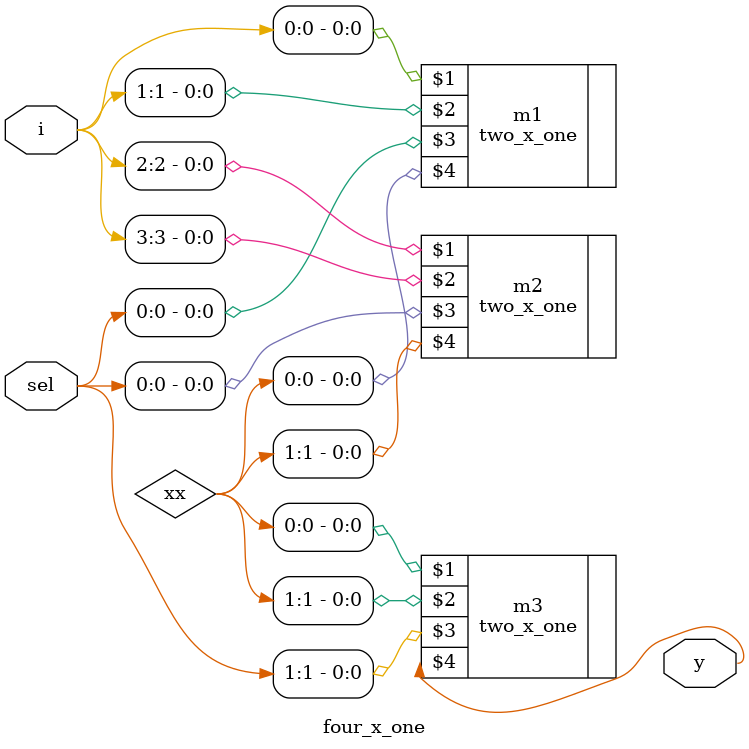
<source format=v>
module four_x_one(i,sel,y);
	input [3:0]i;
	input [1:0]sel;
	output y;
	
	wire [1:0]xx;
	two_x_one m1(i[0],i[1],sel[0],xx[0]);
	two_x_one m2(i[2],i[3],sel[0],xx[1]);
	two_x_one m3(xx[0],xx[1],sel[1],y);
endmodule

	
	

</source>
